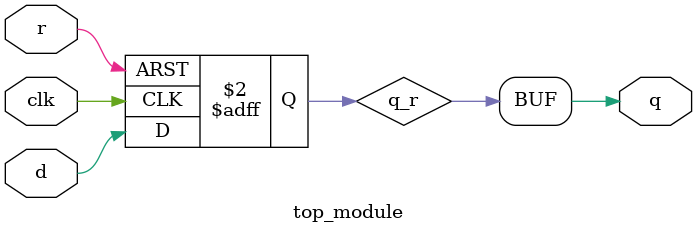
<source format=sv>
module top_module (
	input clk,
	input d,
	input r,
	output logic q
);
	logic q_r; //internal signal for storing output
	
	always_ff @(posedge clk or posedge r)
	begin
		if (r)
			q_r <= 0;
		else
			q_r <= d;
	end
	
	assign q = q_r;
	
endmodule

</source>
